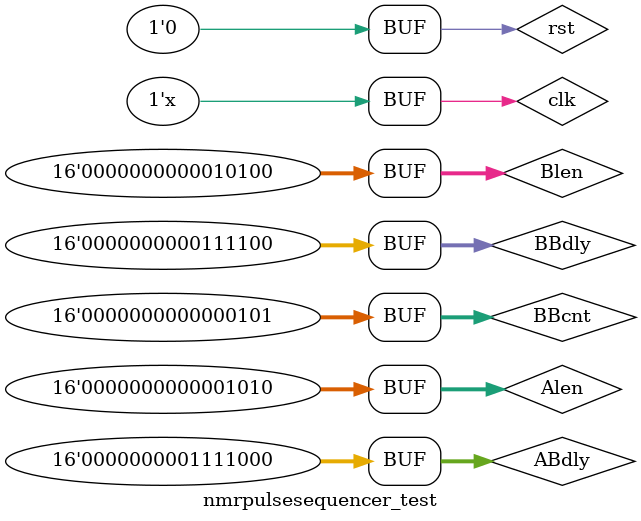
<source format=v>
`timescale 1ns / 1ps

`timescale 1ns / 1ns

module nmrpulsesequencer_test(

    );
    
    reg clk;
    reg rst;
    
    reg [15:0]  Alen;
    reg [15:0]  Blen;
    reg [15:0]  ABdly;
    reg [15:0]  BBdly;
    reg [15:0]  BBcnt;
    
    NMRPulseSequencer inst( 
        .clk(clk),
        .rst(rst),
        .Alen(Alen),
        .Blen(Blen),
        .ABdly(ABdly),
        .BBdly(BBdly),
        .BBcnt(BBcnt)
        );
        
    initial begin
        clk = 0;
        rst = 1;
        
        Alen = 10;
        Blen = 20;
        ABdly = 120;
        BBdly = 60;
        BBcnt = 5;
        
        #50 rst = 0;
        
            
    end
    
    always begin
        #4 clk = ~clk;
    end
    
endmodule


</source>
